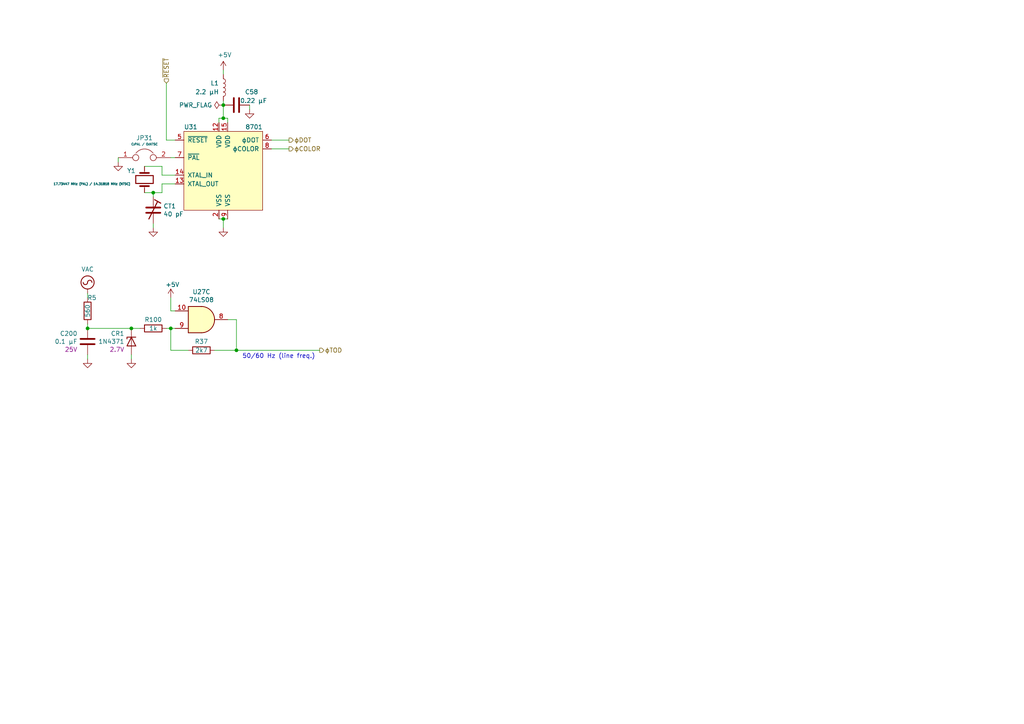
<source format=kicad_sch>
(kicad_sch (version 20231120) (generator "eeschema") (generator_version "8.0")
  (paper "A4")
  (title_block (title "Commodore 64 - Clock section (schematic #251469)") (date "2019-08-11") (rev "0.2") (company "Commodore Business Machines, Inc.") (comment 1 "Based on C64/C64C Service Manual (1992-03) pp. 31-32 [PN-314001-03]") (comment 4 "KiCad schematic capture by Cumbayah! <cumbayah@subetha.dk>"))
  (lib_symbols
    (symbol "74xx:74LS08" (pin_names (offset 1.016))
      (property "Reference" "U" (at 0 1.27 0))
      (property "Value" "74LS08" (at 0 -1.27 0))
      (symbol "74LS08_1_1"
        (arc (start 0 -3.81) (mid 3.7934 0) (end 0 3.81) (stroke (width 0.254)) (fill (type background)))
        (polyline (pts (xy 0 3.81) (xy -3.81 3.81) (xy -3.81 -3.81) (xy 0 -3.81)) (stroke (width 0.254)) (fill (type background)))
        (pin input line (at -7.62 2.54 0) (length 3.81) (name "~") (number "1"))
        (pin input line (at -7.62 -2.54 0) (length 3.81) (name "~") (number "2"))
        (pin output line (at 7.62 0 180) (length 3.81) (name "~") (number "3"))
      )
      (symbol "74LS08_1_2"
        (arc (start -3.81 -3.81) (mid -2.589 0) (end -3.81 3.81) (stroke (width 0.254)))
        (arc (start -0.6096 -3.81) (mid 2.1842 -2.5851) (end 3.81 0) (stroke (width 0.254)) (fill (type background)))
        (polyline (pts (xy -3.81 -3.81) (xy -0.635 -3.81)) (stroke (width 0.254)) (fill (type background)))
        (polyline (pts (xy -3.81 3.81) (xy -0.635 3.81)) (stroke (width 0.254)) (fill (type background)))
        (polyline (pts (xy -0.635 3.81) (xy -3.81 3.81) (xy -3.81 3.81) (xy -3.556 3.4036) (xy -3.0226 2.2606) (xy -2.6924 1.0414) (xy -2.6162 -0.254) (xy -2.7686 -1.4986) (xy -3.175 -2.7178) (xy -3.81 -3.81) (xy -3.81 -3.81) (xy -0.635 -3.81)) (stroke (width -25.4)) (fill (type background)))
        (arc (start 3.81 0) (mid 2.1915 2.5936) (end -0.6096 3.81) (stroke (width 0.254)) (fill (type background)))
        (pin input inverted (at -7.62 2.54 0) (length 4.318) (name "~") (number "1"))
        (pin input inverted (at -7.62 -2.54 0) (length 4.318) (name "~") (number "2"))
        (pin output inverted (at 7.62 0 180) (length 3.81) (name "~") (number "3"))
      )
      (symbol "74LS08_2_1"
        (arc (start 0 -3.81) (mid 3.7934 0) (end 0 3.81) (stroke (width 0.254)) (fill (type background)))
        (polyline (pts (xy 0 3.81) (xy -3.81 3.81) (xy -3.81 -3.81) (xy 0 -3.81)) (stroke (width 0.254)) (fill (type background)))
        (pin input line (at -7.62 2.54 0) (length 3.81) (name "~") (number "4"))
        (pin input line (at -7.62 -2.54 0) (length 3.81) (name "~") (number "5"))
        (pin output line (at 7.62 0 180) (length 3.81) (name "~") (number "6"))
      )
      (symbol "74LS08_2_2"
        (arc (start -3.81 -3.81) (mid -2.589 0) (end -3.81 3.81) (stroke (width 0.254)))
        (arc (start -0.6096 -3.81) (mid 2.1842 -2.5851) (end 3.81 0) (stroke (width 0.254)) (fill (type background)))
        (polyline (pts (xy -3.81 -3.81) (xy -0.635 -3.81)) (stroke (width 0.254)) (fill (type background)))
        (polyline (pts (xy -3.81 3.81) (xy -0.635 3.81)) (stroke (width 0.254)) (fill (type background)))
        (polyline (pts (xy -0.635 3.81) (xy -3.81 3.81) (xy -3.81 3.81) (xy -3.556 3.4036) (xy -3.0226 2.2606) (xy -2.6924 1.0414) (xy -2.6162 -0.254) (xy -2.7686 -1.4986) (xy -3.175 -2.7178) (xy -3.81 -3.81) (xy -3.81 -3.81) (xy -0.635 -3.81)) (stroke (width -25.4)) (fill (type background)))
        (arc (start 3.81 0) (mid 2.1915 2.5936) (end -0.6096 3.81) (stroke (width 0.254)) (fill (type background)))
        (pin input inverted (at -7.62 2.54 0) (length 4.318) (name "~") (number "4"))
        (pin input inverted (at -7.62 -2.54 0) (length 4.318) (name "~") (number "5"))
        (pin output inverted (at 7.62 0 180) (length 3.81) (name "~") (number "6"))
      )
      (symbol "74LS08_3_1"
        (arc (start 0 -3.81) (mid 3.7934 0) (end 0 3.81) (stroke (width 0.254)) (fill (type background)))
        (polyline (pts (xy 0 3.81) (xy -3.81 3.81) (xy -3.81 -3.81) (xy 0 -3.81)) (stroke (width 0.254)) (fill (type background)))
        (pin input line (at -7.62 -2.54 0) (length 3.81) (name "~") (number "10"))
        (pin output line (at 7.62 0 180) (length 3.81) (name "~") (number "8"))
        (pin input line (at -7.62 2.54 0) (length 3.81) (name "~") (number "9"))
      )
      (symbol "74LS08_3_2"
        (arc (start -3.81 -3.81) (mid -2.589 0) (end -3.81 3.81) (stroke (width 0.254)))
        (arc (start -0.6096 -3.81) (mid 2.1842 -2.5851) (end 3.81 0) (stroke (width 0.254)) (fill (type background)))
        (polyline (pts (xy -3.81 -3.81) (xy -0.635 -3.81)) (stroke (width 0.254)) (fill (type background)))
        (polyline (pts (xy -3.81 3.81) (xy -0.635 3.81)) (stroke (width 0.254)) (fill (type background)))
        (polyline (pts (xy -0.635 3.81) (xy -3.81 3.81) (xy -3.81 3.81) (xy -3.556 3.4036) (xy -3.0226 2.2606) (xy -2.6924 1.0414) (xy -2.6162 -0.254) (xy -2.7686 -1.4986) (xy -3.175 -2.7178) (xy -3.81 -3.81) (xy -3.81 -3.81) (xy -0.635 -3.81)) (stroke (width -25.4)) (fill (type background)))
        (arc (start 3.81 0) (mid 2.1915 2.5936) (end -0.6096 3.81) (stroke (width 0.254)) (fill (type background)))
        (pin input inverted (at -7.62 -2.54 0) (length 4.318) (name "~") (number "10"))
        (pin output inverted (at 7.62 0 180) (length 3.81) (name "~") (number "8"))
        (pin input inverted (at -7.62 2.54 0) (length 4.318) (name "~") (number "9"))
      )
      (symbol "74LS08_4_1"
        (arc (start 0 -3.81) (mid 3.7934 0) (end 0 3.81) (stroke (width 0.254)) (fill (type background)))
        (polyline (pts (xy 0 3.81) (xy -3.81 3.81) (xy -3.81 -3.81) (xy 0 -3.81)) (stroke (width 0.254)) (fill (type background)))
        (pin output line (at 7.62 0 180) (length 3.81) (name "~") (number "11"))
        (pin input line (at -7.62 2.54 0) (length 3.81) (name "~") (number "12"))
        (pin input line (at -7.62 -2.54 0) (length 3.81) (name "~") (number "13"))
      )
      (symbol "74LS08_4_2"
        (arc (start -3.81 -3.81) (mid -2.589 0) (end -3.81 3.81) (stroke (width 0.254)))
        (arc (start -0.6096 -3.81) (mid 2.1842 -2.5851) (end 3.81 0) (stroke (width 0.254)) (fill (type background)))
        (polyline (pts (xy -3.81 -3.81) (xy -0.635 -3.81)) (stroke (width 0.254)) (fill (type background)))
        (polyline (pts (xy -3.81 3.81) (xy -0.635 3.81)) (stroke (width 0.254)) (fill (type background)))
        (polyline (pts (xy -0.635 3.81) (xy -3.81 3.81) (xy -3.81 3.81) (xy -3.556 3.4036) (xy -3.0226 2.2606) (xy -2.6924 1.0414) (xy -2.6162 -0.254) (xy -2.7686 -1.4986) (xy -3.175 -2.7178) (xy -3.81 -3.81) (xy -3.81 -3.81) (xy -0.635 -3.81)) (stroke (width -25.4)) (fill (type background)))
        (arc (start 3.81 0) (mid 2.1915 2.5936) (end -0.6096 3.81) (stroke (width 0.254)) (fill (type background)))
        (pin output inverted (at 7.62 0 180) (length 3.81) (name "~") (number "11"))
        (pin input inverted (at -7.62 2.54 0) (length 4.318) (name "~") (number "12"))
        (pin input inverted (at -7.62 -2.54 0) (length 4.318) (name "~") (number "13"))
      )
      (symbol "74LS08_5_0"
        (pin power_in line (at 0 12.7 270) (length 5.08) (name "VCC") (number "14"))
        (pin power_in line (at 0 -12.7 90) (length 5.08) (name "GND") (number "7"))
      )
      (symbol "74LS08_5_1"
        (rectangle (start -5.08 7.62) (end 5.08 -7.62) (stroke (width 0.254)) (fill (type background)))
      )
    )
    (symbol "C64B-rescue:+5V-power" (power) (pin_names (offset 0))
      (property "Value" "power_+5V" (at 0 3.556 0))
      (symbol "+5V-power_0_1"
        (polyline (pts (xy -0.762 1.27) (xy 0 2.54)))
        (polyline (pts (xy 0 0) (xy 0 2.54)))
        (polyline (pts (xy 0 2.54) (xy 0.762 1.27)))
      )
      (symbol "+5V-power_1_1"
        (pin power_in line (at 0 0 90) (length 0) hide (name "+5V") (number "1"))
      )
    )
    (symbol "C64B-rescue:8701-Timer_MOSTechnology" (pin_names (offset 1.016))
      (property "Reference" "U" (at -8.89 12.7 0))
      (property "Value" "Timer_MOSTechnology_8701" (at 8.89 12.7 0))
      (symbol "8701-Timer_MOSTechnology_0_1"
        (rectangle (start 11.43 11.43) (end -11.43 -11.43) (fill (type background)))
      )
      (symbol "8701-Timer_MOSTechnology_1_1"
        (pin no_connect line (at 13.97 3.81 180) (length 2.54) hide (name "NC") (number "1"))
        (pin no_connect line (at 13.97 -3.81 180) (length 2.54) hide (name "NC") (number "10"))
        (pin no_connect line (at 13.97 -6.35 180) (length 2.54) hide (name "NC") (number "11"))
        (pin power_in line (at -1.27 13.97 270) (length 2.54) (name "VDD") (number "12"))
        (pin passive line (at -13.97 -3.81 0) (length 2.54) (name "XTAL_OUT") (number "13"))
        (pin passive line (at -13.97 -1.27 0) (length 2.54) (name "XTAL_IN") (number "14"))
        (pin power_in line (at 1.27 13.97 270) (length 2.54) (name "VDD") (number "15"))
        (pin no_connect line (at 13.97 -8.89 180) (length 2.54) hide (name "NC") (number "16"))
        (pin power_in line (at -1.27 -13.97 90) (length 2.54) (name "VSS") (number "2"))
        (pin no_connect line (at 13.97 1.27 180) (length 2.54) hide (name "NC") (number "3"))
        (pin no_connect line (at 13.97 -1.27 180) (length 2.54) hide (name "NC") (number "4"))
        (pin input line (at -13.97 8.89 0) (length 2.54) (name "~{RESET}") (number "5"))
        (pin output line (at 13.97 8.89 180) (length 2.54) (name "ϕDOT") (number "6"))
        (pin input line (at -13.97 3.81 0) (length 2.54) (name "~{PAL}") (number "7"))
        (pin output line (at 13.97 6.35 180) (length 2.54) (name "ϕCOLOR") (number "8"))
        (pin power_in line (at 1.27 -13.97 90) (length 2.54) (name "VSS") (number "9"))
      )
    )
    (symbol "C64B-rescue:CTRIM-Device" (pin_numbers hide) (pin_names (offset 0.254) hide)
      (property "Reference" "C" (at 1.524 -2.032 0))
      (property "Value" "Device_CTRIM" (at 3.048 -3.556 0))
      (symbol "CTRIM-Device_0_1"
        (polyline (pts (xy -2.032 -0.762) (xy 2.032 -0.762)) (stroke (width 0.508)))
        (polyline (pts (xy -2.032 0.762) (xy 2.032 0.762)) (stroke (width 0.508)))
        (polyline (pts (xy 1.27 2.54) (xy -1.27 -2.54)) (stroke (width 0.3048)))
        (polyline (pts (xy 1.27 2.54) (xy 0.381 3.048)) (stroke (width 0.3048)))
        (polyline (pts (xy 1.27 2.54) (xy 2.159 2.032)) (stroke (width 0.3048)))
      )
      (symbol "CTRIM-Device_1_1"
        (pin passive line (at 0 3.81 270) (length 3.048) (name "~") (number "1"))
        (pin passive line (at 0 -3.81 90) (length 3.048) (name "~") (number "2"))
      )
    )
    (symbol "C64B-rescue:GND-power" (power) (pin_names (offset 0))
      (property "Value" "power_GND" (at 0 -3.81 0))
      (symbol "GND-power_0_1"
        (polyline (pts (xy 0 0) (xy 0 -1.27) (xy 1.27 -1.27) (xy 0 -2.54) (xy -1.27 -1.27) (xy 0 -1.27)))
      )
      (symbol "GND-power_1_1"
        (pin power_in line (at 0 0 270) (length 0) hide (name "GND") (number "1"))
      )
    )
    (symbol "C64B-rescue:Jumper-Device" (pin_names (offset 0.762) hide)
      (property "Reference" "JP" (at 0 3.81 0))
      (property "Value" "Device_Jumper" (at 0 -2.032 0))
      (symbol "Jumper-Device_0_1"
        (circle (center -2.54 0) (radius 0.889))
        (arc (start 2.5146 1.27) (mid 0.0078 2.5097) (end -2.4892 1.27))
        (circle (center 2.54 0) (radius 0.889))
        (pin passive line (at -7.62 0 0) (length 4.191) (name "1") (number "1"))
        (pin passive line (at 7.62 0 180) (length 4.191) (name "2") (number "2"))
      )
    )
    (symbol "C64B-rescue:PWR_FLAG-power" (power) (pin_numbers hide) (pin_names (offset 0) hide)
      (property "Value" "power_PWR_FLAG" (at 0 3.81 0))
      (symbol "PWR_FLAG-power_0_0"
        (pin power_out line (at 0 0 90) (length 0) (name "pwr") (number "1"))
      )
      (symbol "PWR_FLAG-power_0_1"
        (polyline (pts (xy 0 0) (xy 0 1.27) (xy -1.016 1.905) (xy 0 2.54) (xy 1.016 1.905) (xy 0 1.27)))
      )
    )
    (symbol "Device:C" (pin_numbers hide) (pin_names (offset 0.254))
      (property "Reference" "C" (at 0.635 2.54 0))
      (property "Value" "C" (at 0.635 -2.54 0))
      (symbol "C_0_1"
        (polyline (pts (xy -2.032 -0.762) (xy 2.032 -0.762)) (stroke (width 0.508)))
        (polyline (pts (xy -2.032 0.762) (xy 2.032 0.762)) (stroke (width 0.508)))
      )
      (symbol "C_1_1"
        (pin passive line (at 0 3.81 270) (length 2.794) (name "~") (number "1"))
        (pin passive line (at 0 -3.81 90) (length 2.794) (name "~") (number "2"))
      )
    )
    (symbol "Device:Crystal" (pin_numbers hide) (pin_names (offset 1.016) hide)
      (property "Reference" "Y" (at 0 3.81 0))
      (property "Value" "Crystal" (at 0 -3.81 0))
      (symbol "Crystal_0_1"
        (rectangle (start -1.143 2.54) (end 1.143 -2.54) (stroke (width 0.3048)))
        (polyline (pts (xy -2.54 0) (xy -1.905 0)))
        (polyline (pts (xy -1.905 -1.27) (xy -1.905 1.27)) (stroke (width 0.508)))
        (polyline (pts (xy 1.905 -1.27) (xy 1.905 1.27)) (stroke (width 0.508)))
        (polyline (pts (xy 2.54 0) (xy 1.905 0)))
      )
      (symbol "Crystal_1_1"
        (pin passive line (at -3.81 0 0) (length 1.27) (name "1") (number "1"))
        (pin passive line (at 3.81 0 180) (length 1.27) (name "2") (number "2"))
      )
    )
    (symbol "Device:D_Zener" (pin_numbers hide) (pin_names (offset 1.016) hide)
      (property "Reference" "D" (at 0 2.54 0))
      (property "Value" "D_Zener" (at 0 -2.54 0))
      (symbol "D_Zener_0_1"
        (polyline (pts (xy 1.27 0) (xy -1.27 0)))
        (polyline (pts (xy -1.27 -1.27) (xy -1.27 1.27) (xy -0.762 1.27)) (stroke (width 0.254)))
        (polyline (pts (xy 1.27 -1.27) (xy 1.27 1.27) (xy -1.27 0) (xy 1.27 -1.27)) (stroke (width 0.254)))
      )
      (symbol "D_Zener_1_1"
        (pin passive line (at -3.81 0 0) (length 2.54) (name "K") (number "1"))
        (pin passive line (at 3.81 0 180) (length 2.54) (name "A") (number "2"))
      )
    )
    (symbol "Device:L" (pin_numbers hide) (pin_names (offset 1.016) hide)
      (property "Reference" "L" (at -1.27 0 90))
      (property "Value" "L" (at 1.905 0 90))
      (symbol "L_0_1"
        (arc (start 0 -2.54) (mid 0.6323 -1.905) (end 0 -1.27))
        (arc (start 0 -1.27) (mid 0.6323 -0.635) (end 0 0))
        (arc (start 0 0) (mid 0.6323 0.635) (end 0 1.27))
        (arc (start 0 1.27) (mid 0.6323 1.905) (end 0 2.54))
      )
      (symbol "L_1_1"
        (pin passive line (at 0 3.81 270) (length 1.27) (name "1") (number "1"))
        (pin passive line (at 0 -3.81 90) (length 1.27) (name "2") (number "2"))
      )
    )
    (symbol "Device:R" (pin_numbers hide) (pin_names (offset 0))
      (property "Reference" "R" (at 2.032 0 90))
      (property "Value" "R" (at 0 0 90))
      (symbol "R_0_1"
        (rectangle (start -1.016 -2.54) (end 1.016 2.54) (stroke (width 0.254)))
      )
      (symbol "R_1_1"
        (pin passive line (at 0 3.81 270) (length 1.27) (name "~") (number "1"))
        (pin passive line (at 0 -3.81 90) (length 1.27) (name "~") (number "2"))
      )
    )
    (symbol "power_more:9VAC1" (power) (pin_names (offset 0))
      (property "Value" "9VAC1" (at 0 6.35 0))
      (symbol "9VAC1_0_1"
        (polyline (pts (xy 0 0) (xy 0 1.27)))
        (arc (start 0 3.175) (mid -0.635 3.81) (end -1.27 3.175) (stroke (width 0.254)))
        (arc (start 0 3.175) (mid 0.635 2.54) (end 1.27 3.175) (stroke (width 0.254)))
        (circle (center 0 3.175) (radius 1.905) (stroke (width 0.254)))
      )
      (symbol "9VAC1_1_1"
        (pin power_in line (at 0 0 90) (length 0) hide (name "VAC") (number "1"))
      )
    )
    (symbol "power_more:CAN+5V" (power) (pin_names (offset 0))
      (property "Value" "CAN+5V" (at 0 3.556 0))
      (symbol "CAN+5V_0_1"
        (polyline (pts (xy -0.762 1.27) (xy 0 2.54)))
        (polyline (pts (xy 0 0) (xy 0 2.54)))
        (polyline (pts (xy 0 2.54) (xy 0.762 1.27)))
      )
      (symbol "CAN+5V_1_1"
        (pin power_in line (at 0 0 90) (length 0) hide (name "+5V") (number "1"))
      )
    )
  )
  (junction (at 44.45 55.88))
  (junction (at 68.58 101.6))
  (junction (at 25.4 95.25))
  (junction (at 64.77 63.5))
  (junction (at 64.77 34.29))
  (junction (at 49.53 95.25))
  (junction (at 64.77 30.48))
  (junction (at 38.1 95.25))
  (wire (pts (xy 41.91 55.88) (xy 44.45 55.88)))
  (wire (pts (xy 64.77 20.32) (xy 64.77 21.59)))
  (wire (pts (xy 49.53 101.6) (xy 49.53 95.25)))
  (wire (pts (xy 38.1 102.87) (xy 38.1 104.14)))
  (wire (pts (xy 78.74 43.18) (xy 83.82 43.18)))
  (wire (pts (xy 92.71 101.6) (xy 68.58 101.6)))
  (wire (pts (xy 63.5 63.5) (xy 64.77 63.5)))
  (wire (pts (xy 25.4 93.98) (xy 25.4 95.25)))
  (wire (pts (xy 66.04 34.29) (xy 66.04 35.56)))
  (wire (pts (xy 49.53 45.72) (xy 50.8 45.72)))
  (wire (pts (xy 44.45 55.88) (xy 46.99 55.88)))
  (wire (pts (xy 64.77 63.5) (xy 66.04 63.5)))
  (wire (pts (xy 34.29 46.99) (xy 34.29 45.72)))
  (wire (pts (xy 40.64 95.25) (xy 38.1 95.25)))
  (wire (pts (xy 62.23 101.6) (xy 68.58 101.6)))
  (wire (pts (xy 63.5 34.29) (xy 64.77 34.29)))
  (wire (pts (xy 49.53 90.17) (xy 49.53 86.36)))
  (wire (pts (xy 25.4 102.87) (xy 25.4 104.14)))
  (wire (pts (xy 41.91 48.26) (xy 46.99 48.26)))
  (wire (pts (xy 46.99 50.8) (xy 50.8 50.8)))
  (wire (pts (xy 49.53 95.25) (xy 48.26 95.25)))
  (wire (pts (xy 48.26 40.64) (xy 48.26 24.13)))
  (wire (pts (xy 50.8 95.25) (xy 49.53 95.25)))
  (wire (pts (xy 66.04 92.71) (xy 68.58 92.71)))
  (wire (pts (xy 50.8 53.34) (xy 46.99 53.34)))
  (wire (pts (xy 50.8 90.17) (xy 49.53 90.17)))
  (wire (pts (xy 64.77 34.29) (xy 64.77 30.48)))
  (wire (pts (xy 64.77 30.48) (xy 64.77 29.21)))
  (wire (pts (xy 63.5 35.56) (xy 63.5 34.29)))
  (wire (pts (xy 78.74 40.64) (xy 83.82 40.64)))
  (wire (pts (xy 54.61 101.6) (xy 49.53 101.6)))
  (wire (pts (xy 44.45 66.04) (xy 44.45 64.77)))
  (wire (pts (xy 46.99 48.26) (xy 46.99 50.8)))
  (wire (pts (xy 72.39 31.75) (xy 72.39 30.48)))
  (wire (pts (xy 44.45 55.88) (xy 44.45 57.15)))
  (wire (pts (xy 25.4 85.09) (xy 25.4 86.36)))
  (wire (pts (xy 68.58 92.71) (xy 68.58 101.6)))
  (wire (pts (xy 64.77 66.04) (xy 64.77 63.5)))
  (wire (pts (xy 38.1 95.25) (xy 25.4 95.25)))
  (wire (pts (xy 46.99 53.34) (xy 46.99 55.88)))
  (wire (pts (xy 50.8 40.64) (xy 48.26 40.64)))
  (wire (pts (xy 64.77 34.29) (xy 66.04 34.29)))
  (text "50/60 Hz (line freq.)" (at 91.44 104.14 0) (effects (font (size 1.27 1.27)) (justify right bottom)))
  (hierarchical_label "ϕTOD" (shape output) (at 92.71 101.6 0))
  (hierarchical_label "ϕDOT" (shape output) (at 83.82 40.64 0))
  (hierarchical_label "ϕCOLOR" (shape output) (at 83.82 43.18 0))
  (hierarchical_label "~{RESET}" (shape input) (at 48.26 24.13 90))
  (symbol (lib_id "C64B-rescue:8701-Timer_MOSTechnology") (at 64.77 49.53 0) (unit 1)
    (property "Reference" "U31" (at 53.34 36.83 0) (effects (justify left)))
    (property "Value" "8701" (at 76.2 36.83 0) (effects (justify right)))
    (property "Datasheet" "https://archive.org/download/mos8701datapage/MOS8701-datapage.pdf" (effects (hide yes)))
    (property "Substitute" "7701" (effects (hide yes)))
  )
  (symbol (lib_id "C64B-rescue:GND-power") (at 64.77 66.04 0) (mirror y) (unit 1)
    (property "Reference" "#PWR0242" (effects (hide yes)))
    (property "Value" "GND" (effects (hide yes)))
    (instances (project "" (path "" (reference "#PWR0242") (unit 1)) (path "" (reference "#PWR?") (unit 1))))
  )
  (symbol (lib_id "C64B-rescue:GND-power") (at 72.39 31.75 0) (mirror y) (unit 1)
    (property "Reference" "#PWR0243" (effects (hide yes)))
    (property "Value" "GND" (effects (hide yes)))
    (instances (project "" (path "" (reference "#PWR0243") (unit 1)) (path "" (reference "#PWR?") (unit 1))))
  )
  (symbol (lib_id "C64B-rescue:GND-power") (at 44.45 66.04 0) (mirror y) (unit 1)
    (property "Reference" "#PWR0244" (effects (hide yes)))
    (property "Value" "GND" (effects (hide yes)))
    (instances (project "" (path "" (reference "#PWR0244") (unit 1)) (path "" (reference "#PWR?") (unit 1))))
  )
  (symbol (lib_id "C64B-rescue:Jumper-Device") (at 41.91 45.72 0) (unit 1)
    (property "Reference" "JP31" (at 41.91 40.005 0))
    (property "Value" "C:PAL / O:NTSC" (at 41.91 41.8338 0) (effects (font (size 0.635 0.635))))
  )
  (symbol (lib_id "C64B-rescue:GND-power") (at 34.29 46.99 0) (mirror y) (unit 1)
    (property "Reference" "#PWR0245" (effects (hide yes)))
    (property "Value" "GND" (effects (hide yes)))
    (instances (project "" (path "" (reference "#PWR0245") (unit 1)) (path "" (reference "#PWR?") (unit 1))))
  )
  (symbol (lib_id "C64B-rescue:PWR_FLAG-power") (at 64.77 30.48 90) (unit 1)
    (property "Reference" "#FLG0101" (effects (hide yes)))
    (property "Value" "PWR_FLAG" (at 61.5442 30.48 90) (effects (justify left)))
  )
  (symbol (lib_id "Device:R") (at 58.42 101.6 90) (mirror x) (unit 1)
    (property "Reference" "R37" (at 58.42 99.06 90))
    (property "Value" "2k7" (at 58.42 101.6 90))
    (property "Power Rating" "0.25W" (effects (hide yes)))
    (property "Ohmic Tolerance" "5%" (effects (hide yes)))
    (instances (project "" (path "" (reference "R37") (unit 1)) (path "" (reference "R?") (unit 1))))
  )
  (symbol (lib_id "Device:R") (at 44.45 95.25 90) (mirror x) (unit 1)
    (property "Reference" "R100" (at 44.45 92.71 90))
    (property "Value" "1k" (at 44.45 95.25 90))
    (property "Power Rating" "0.25W" (effects (hide yes)))
    (property "Ohmic Tolerance" "5%" (effects (hide yes)))
    (instances (project "" (path "" (reference "R100") (unit 1)) (path "" (reference "R?") (unit 1))))
  )
  (symbol (lib_id "Device:D_Zener") (at 38.1 99.06 90) (mirror x) (unit 1)
    (property "Reference" "CR1" (at 36.0934 96.7486 90) (effects (justify left)))
    (property "Value" "1N4371" (at 36.0934 99.06 90) (effects (justify left)))
    (property "Zener Voltage" "2.7V" (at 36.0934 101.3714 90) (effects (justify left)))
    (property "Type" "Zener" (effects (hide yes)))
    (instances (project "" (path "" (reference "CR1") (unit 1)) (path "" (reference "CR?") (unit 1))))
  )
  (symbol (lib_id "Device:C") (at 25.4 99.06 0) (mirror y) (unit 1)
    (property "Reference" "C200" (at 22.479 96.7486 0) (effects (justify left)))
    (property "Value" "0.1 μF" (at 22.479 99.06 0) (effects (justify left)))
    (property "Voltage Rating" "25V" (at 22.479 101.3714 0) (effects (justify left)))
    (property "Type" "Ceramic" (effects (hide yes)))
    (instances (project "" (path "" (reference "C200") (unit 1)) (path "" (reference "C?") (unit 1))))
  )
  (symbol (lib_id "power_more:9VAC1") (at 25.4 85.09 0) (mirror y) (unit 1)
    (property "Reference" "#PWR0237" (effects (hide yes)))
    (property "Value" "VAC" (at 25.4 78.105 0))
    (instances (project "" (path "" (reference "#PWR0237") (unit 1)) (path "" (reference "#PWR?") (unit 1))))
  )
  (symbol (lib_id "C64B-rescue:GND-power") (at 25.4 104.14 0) (mirror y) (unit 1)
    (property "Reference" "#PWR0240" (effects (hide yes)))
    (property "Value" "GND" (effects (hide yes)))
    (instances (project "" (path "" (reference "#PWR0240") (unit 1)) (path "" (reference "#PWR?") (unit 1))))
  )
  (symbol (lib_id "C64B-rescue:GND-power") (at 38.1 104.14 0) (mirror y) (unit 1)
    (property "Reference" "#PWR0239" (effects (hide yes)))
    (property "Value" "GND" (effects (hide yes)))
    (instances (project "" (path "" (reference "#PWR0239") (unit 1)) (path "" (reference "#PWR?") (unit 1))))
  )
  (symbol (lib_id "Device:R") (at 25.4 90.17 0) (mirror x) (unit 1)
    (property "Reference" "R5" (at 26.67 86.36 0))
    (property "Value" "560" (at 25.4 90.17 90))
    (property "Power Rating" "0.25W" (effects (hide yes)))
    (property "Ohmic Tolerance" "5%" (effects (hide yes)))
    (instances (project "" (path "" (reference "R5") (unit 1)) (path "" (reference "R?") (unit 1))))
  )
  (symbol (lib_id "C64B-rescue:+5V-power") (at 49.53 86.36 0) (mirror y) (unit 1)
    (property "Reference" "#PWR?" (effects (hide yes)))
    (property "Value" "+5V" (at 52.07 82.55 0) (effects (justify left)))
    (instances (project "" (path "" (reference "#PWR?") (unit 1)) (path "" (reference "#PWR0238") (unit 1)) (path "" (reference "#PWR?") (unit 1))))
  )
  (symbol (lib_id "74xx:74LS08") (at 58.42 92.71 0) (mirror x) (unit 3)
    (property "Reference" "U27" (at 58.42 84.6582 0))
    (property "Value" "74LS08" (at 58.42 86.9696 0))
    (property "Datasheet" "http://www.ti.com/lit/gpn/sn74LS08" (effects (hide yes)))
    (instances (project "" (path "" (reference "U27") (unit 3)) (path "" (reference "U?") (unit 3))))
  )
  (symbol (lib_id "power_more:CAN+5V") (at 64.77 20.32 0) (unit 1)
    (property "Reference" "#PWR0241" (effects (hide yes)))
    (property "Value" "+5V" (at 65.151 15.9258 0))
  )
  (symbol (lib_id "Device:C") (at 68.58 30.48 90) (unit 1)
    (property "Reference" "C58" (at 74.93 26.67 90) (effects (justify left)))
    (property "Value" "0.22 μF" (at 77.47 29.21 90) (effects (justify left)))
    (property "Note" "Not in Service Manual parts list for PCB #2504251-1 (but listed for successor PCB #250466-01)" (effects (hide yes)))
    (property "Type" "Ceramic" (effects (hide yes)))
    (property "Voltage Rating" "25V" (effects (hide yes)))
  )
  (symbol (lib_id "Device:Crystal") (at 41.91 52.07 90) (unit 1)
    (property "Reference" "Y1" (at 38.1 49.53 90))
    (property "Value" "17.73447 MHz (PAL) / 14.31818 MHz (NTSC)" (at 26.67 53.34 90) (effects (font (size 0.635 0.635))))
  )
  (symbol (lib_id "C64B-rescue:CTRIM-Device") (at 44.45 60.96 0) (unit 1)
    (property "Reference" "CT1" (at 47.3964 59.7916 0) (effects (justify left)))
    (property "Value" "40 pF" (at 47.3964 62.103 0) (effects (justify left)))
    (property "Type" "Trimmer" (effects (hide yes)))
  )
  (symbol (lib_id "Device:L") (at 64.77 25.4 0) (unit 1)
    (property "Reference" "L1" (at 63.5 24.13 0) (effects (justify right)))
    (property "Value" "2.2 μH" (at 63.5 26.67 0) (effects (justify right)))
    (property "Type" "Coil Inductor" (effects (hide yes)))
  )
)
</source>
